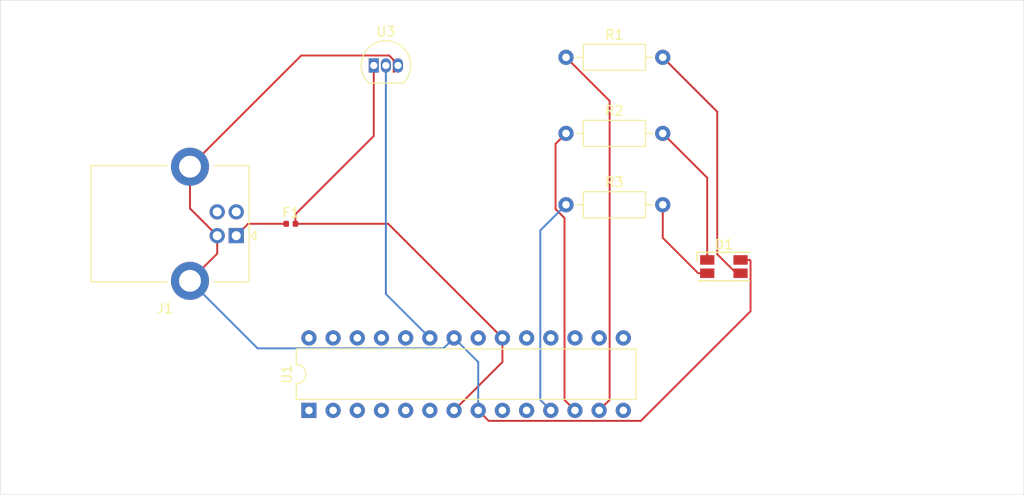
<source format=kicad_pcb>
(kicad_pcb (version 20240108) (generator "pcbnew") (generator_version "8.0")
  (layers (0 "F.Cu" signal) (31 "B.Cu" signal) (34 "B.Paste" user) (35 "F.Paste" user) (36 "B.SilkS" user "B.Silkscreen") (37 "F.SilkS" user "F.Silkscreen") (38 "B.Mask" user) (39 "F.Mask" user) (44 "Edge.Cuts" user))
  (net 0 "")
  (net 1 "Net-(D1-BA)")
  (net 2 "GND")
  (net 3 "Net-(D1-GA)")
  (net 4 "Net-(D1-RA)")
  (net 5 "VCC")
  (net 6 "Net-(J1-VBUS)")
  (net 9 "/R")
  (net 10 "/B")
  (net 11 "/G")
  (net 13 "/Temperature")
  (footprint "LED_SMD:LED_RGB_1210" (layer "F.Cu") (at 145 121)
    (property "Reference" "D1" (at 0 -2.3 0) (layer "F.SilkS"))
    (property "Value" "LED_RGBK")
    (fp_line (start -2.8 -0.5) (end -2.8 -1.5) (stroke (width 0.15)) (layer "F.SilkS"))
    (fp_line (start 2.7 -1.5) (end -2.8 -1.5) (stroke (width 0.15)) (layer "F.SilkS"))
    (fp_line (start 2.7 1.5) (end -2.7 1.5) (stroke (width 0.15)) (layer "F.SilkS"))
    (pad "1" smd rect (at -1.75 -0.7 180) (size 1.5 1) (layers "F.Cu" "F.Paste" "F.Mask") (net 4 "Net-(D1-RA)"))
    (pad "2" smd rect (at -1.75 0.7 180) (size 1.5 1) (layers "F.Cu" "F.Paste" "F.Mask") (net 3 "Net-(D1-GA)"))
    (pad "3" smd rect (at 1.75 0.7 180) (size 1.5 1) (layers "F.Cu" "F.Paste" "F.Mask") (net 1 "Net-(D1-BA)"))
    (pad "4" smd rect (at 1.75 -0.7 180) (size 1.5 1) (layers "F.Cu" "F.Paste" "F.Mask") (net 2 "GND"))
  )
  (footprint "Resistor_THT:R_Axial_DIN0207_L6.3mm_D2.5mm_P10.16mm_Horizontal" (layer "F.Cu") (at 128.42 107)
    (property "Reference" "R2" (at 5.08 -2.37 0) (layer "F.SilkS"))
    (property "Value" "220")
    (fp_line (start 1.04 0) (end 1.81 0) (stroke (width 0.12)) (layer "F.SilkS"))
    (fp_line (start 1.81 -1.37) (end 1.81 1.37) (stroke (width 0.12)) (layer "F.SilkS"))
    (fp_line (start 1.81 1.37) (end 8.35 1.37) (stroke (width 0.12)) (layer "F.SilkS"))
    (fp_line (start 8.35 -1.37) (end 1.81 -1.37) (stroke (width 0.12)) (layer "F.SilkS"))
    (fp_line (start 8.35 1.37) (end 8.35 -1.37) (stroke (width 0.12)) (layer "F.SilkS"))
    (fp_line (start 9.12 0) (end 8.35 0) (stroke (width 0.12)) (layer "F.SilkS"))
    (pad "1" thru_hole circle (at 0 0) (size 1.6 1.6) (drill 0.8) (layers "*.Cu" "*.Mask") (net 10 "/B"))
    (pad "2" thru_hole oval (at 10.16 0) (size 1.6 1.6) (drill 0.8) (layers "*.Cu" "*.Mask") (net 4 "Net-(D1-RA)"))
  )
  (footprint "Package_TO_SOT_THT:TO-92_Inline" (layer "F.Cu") (at 108.23 99.86)
    (property "Reference" "U3" (at 1.27 -3.56 0) (layer "F.SilkS"))
    (property "Value" "TSIC206-TO92")
    (fp_line (start -0.53 1.85) (end 3.07 1.85) (stroke (width 0.12)) (layer "F.SilkS"))
    (fp_arc (start -0.568478 1.838478) (mid -1.132087 -0.994977) (end 1.27 -2.6) (stroke (width 0.12)) (layer "F.SilkS"))
    (fp_arc (start 1.27 -2.6) (mid 3.672087 -0.994977) (end 3.108478 1.838478) (stroke (width 0.12)) (layer "F.SilkS"))
    (pad "1" thru_hole rect (at 0 0) (size 1.05 1.5) (drill 0.75) (layers "*.Cu" "*.Mask") (net 5 "VCC"))
    (pad "2" thru_hole oval (at 1.27 0) (size 1.05 1.5) (drill 0.75) (layers "*.Cu" "*.Mask") (net 13 "/Temperature"))
    (pad "3" thru_hole oval (at 2.54 0) (size 1.05 1.5) (drill 0.75) (layers "*.Cu" "*.Mask") (net 2 "GND"))
  )
  (footprint "Connector_USB:USB_B_Lumberg_2411_02_Horizontal" (layer "F.Cu") (at 93.7875 117.75 180)
    (property "Reference" "J1" (at 7.5 -7.65 360) (layer "F.SilkS"))
    (property "Value" "USB_B")
    (fp_line (start 15.27 7.36) (end 15.27 -4.86) (stroke (width 0.12)) (layer "F.SilkS"))
    (fp_line (start 15.27 7.36) (end 7.3 7.36) (stroke (width 0.12)) (layer "F.SilkS"))
    (fp_line (start 15.27 -4.86) (end 7.3 -4.86) (stroke (width 0.12)) (layer "F.SilkS"))
    (fp_line (start -1.35 7.36) (end 2.4 7.36) (stroke (width 0.12)) (layer "F.SilkS"))
    (fp_line (start -1.35 7.36) (end -1.35 -4.86) (stroke (width 0.12)) (layer "F.SilkS"))
    (fp_line (start -1.35 -4.86) (end 2.4 -4.86) (stroke (width 0.12)) (layer "F.SilkS"))
    (fp_line (start -1.55 0) (end -2.05 -0.5) (stroke (width 0.12)) (layer "F.SilkS"))
    (fp_line (start -2.05 0.5) (end -1.55 0) (stroke (width 0.12)) (layer "F.SilkS"))
    (fp_line (start -2.05 -0.5) (end -2.05 0.5) (stroke (width 0.12)) (layer "F.SilkS"))
    (pad "1" thru_hole rect (at 0 0 270) (size 1.6 1.6) (drill 0.95) (layers "*.Cu" "*.Mask") (net 6 "Net-(J1-VBUS)"))
    (pad "2" thru_hole circle (at 0 2.5 270) (size 1.6 1.6) (drill 0.95) (layers "*.Cu" "*.Mask"))
    (pad "3" thru_hole circle (at 2 2.5 270) (size 1.6 1.6) (drill 0.95) (layers "*.Cu" "*.Mask"))
    (pad "4" thru_hole circle (at 2 0 270) (size 1.6 1.6) (drill 0.95) (layers "*.Cu" "*.Mask") (net 2 "GND"))
    (pad "5" thru_hole circle (at 4.86 -4.75 270) (size 4 4) (drill 2.3) (layers "*.Cu" "*.Mask") (net 2 "GND"))
    (pad "5" thru_hole circle (at 4.86 7.25 270) (size 4 4) (drill 2.3) (layers "*.Cu" "*.Mask") (net 2 "GND"))
  )
  (footprint "Package_DIP:DIP-28_W7.62mm" (layer "F.Cu") (at 101.42 136.12 90)
    (property "Reference" "U1" (at 3.81 -2.33 90) (layer "F.SilkS"))
    (property "Value" "ATmega328-P")
    (fp_line (start 6.46 -1.33) (end 4.81 -1.33) (stroke (width 0.12)) (layer "F.SilkS"))
    (fp_line (start 2.81 -1.33) (end 1.16 -1.33) (stroke (width 0.12)) (layer "F.SilkS"))
    (fp_line (start 1.16 -1.33) (end 1.16 34.35) (stroke (width 0.12)) (layer "F.SilkS"))
    (fp_line (start 6.46 34.35) (end 6.46 -1.33) (stroke (width 0.12)) (layer "F.SilkS"))
    (fp_line (start 1.16 34.35) (end 6.46 34.35) (stroke (width 0.12)) (layer "F.SilkS"))
    (fp_arc (start 4.81 -1.33) (mid 3.81 -0.33) (end 2.81 -1.33) (stroke (width 0.12)) (layer "F.SilkS"))
    (pad "1" thru_hole rect (at 0 0 90) (size 1.6 1.6) (drill 0.8) (layers "*.Cu" "*.Mask"))
    (pad "2" thru_hole oval (at 0 2.54 90) (size 1.6 1.6) (drill 0.8) (layers "*.Cu" "*.Mask"))
    (pad "3" thru_hole oval (at 0 5.08 90) (size 1.6 1.6) (drill 0.8) (layers "*.Cu" "*.Mask"))
    (pad "4" thru_hole oval (at 0 7.62 90) (size 1.6 1.6) (drill 0.8) (layers "*.Cu" "*.Mask"))
    (pad "5" thru_hole oval (at 0 10.16 90) (size 1.6 1.6) (drill 0.8) (layers "*.Cu" "*.Mask"))
    (pad "6" thru_hole oval (at 0 12.7 90) (size 1.6 1.6) (drill 0.8) (layers "*.Cu" "*.Mask"))
    (pad "7" thru_hole oval (at 0 15.24 90) (size 1.6 1.6) (drill 0.8) (layers "*.Cu" "*.Mask") (net 5 "VCC"))
    (pad "8" thru_hole oval (at 0 17.78 90) (size 1.6 1.6) (drill 0.8) (layers "*.Cu" "*.Mask") (net 2 "GND"))
    (pad "9" thru_hole oval (at 0 20.32 90) (size 1.6 1.6) (drill 0.8) (layers "*.Cu" "*.Mask"))
    (pad "10" thru_hole oval (at 0 22.86 90) (size 1.6 1.6) (drill 0.8) (layers "*.Cu" "*.Mask"))
    (pad "11" thru_hole oval (at 0 25.4 90) (size 1.6 1.6) (drill 0.8) (layers "*.Cu" "*.Mask") (net 11 "/G"))
    (pad "12" thru_hole oval (at 0 27.94 90) (size 1.6 1.6) (drill 0.8) (layers "*.Cu" "*.Mask") (net 10 "/B"))
    (pad "13" thru_hole oval (at 0 30.48 90) (size 1.6 1.6) (drill 0.8) (layers "*.Cu" "*.Mask") (net 9 "/R"))
    (pad "14" thru_hole oval (at 0 33.02 90) (size 1.6 1.6) (drill 0.8) (layers "*.Cu" "*.Mask"))
    (pad "15" thru_hole oval (at 7.62 33.02 90) (size 1.6 1.6) (drill 0.8) (layers "*.Cu" "*.Mask"))
    (pad "16" thru_hole oval (at 7.62 30.48 90) (size 1.6 1.6) (drill 0.8) (layers "*.Cu" "*.Mask"))
    (pad "17" thru_hole oval (at 7.62 27.94 90) (size 1.6 1.6) (drill 0.8) (layers "*.Cu" "*.Mask"))
    (pad "18" thru_hole oval (at 7.62 25.4 90) (size 1.6 1.6) (drill 0.8) (layers "*.Cu" "*.Mask"))
    (pad "19" thru_hole oval (at 7.62 22.86 90) (size 1.6 1.6) (drill 0.8) (layers "*.Cu" "*.Mask"))
    (pad "20" thru_hole oval (at 7.62 20.32 90) (size 1.6 1.6) (drill 0.8) (layers "*.Cu" "*.Mask") (net 5 "VCC"))
    (pad "21" thru_hole oval (at 7.62 17.78 90) (size 1.6 1.6) (drill 0.8) (layers "*.Cu" "*.Mask"))
    (pad "22" thru_hole oval (at 7.62 15.24 90) (size 1.6 1.6) (drill 0.8) (layers "*.Cu" "*.Mask") (net 2 "GND"))
    (pad "23" thru_hole oval (at 7.62 12.7 90) (size 1.6 1.6) (drill 0.8) (layers "*.Cu" "*.Mask") (net 13 "/Temperature"))
    (pad "24" thru_hole oval (at 7.62 10.16 90) (size 1.6 1.6) (drill 0.8) (layers "*.Cu" "*.Mask"))
    (pad "25" thru_hole oval (at 7.62 7.62 90) (size 1.6 1.6) (drill 0.8) (layers "*.Cu" "*.Mask"))
    (pad "26" thru_hole oval (at 7.62 5.08 90) (size 1.6 1.6) (drill 0.8) (layers "*.Cu" "*.Mask"))
    (pad "27" thru_hole oval (at 7.62 2.54 90) (size 1.6 1.6) (drill 0.8) (layers "*.Cu" "*.Mask"))
    (pad "28" thru_hole oval (at 7.62 0 90) (size 1.6 1.6) (drill 0.8) (layers "*.Cu" "*.Mask"))
  )
  (footprint "Resistor_THT:R_Axial_DIN0207_L6.3mm_D2.5mm_P10.16mm_Horizontal" (layer "F.Cu") (at 128.42 99)
    (property "Reference" "R1" (at 5.08 -2.37 0) (layer "F.SilkS"))
    (property "Value" "220")
    (fp_line (start 1.04 0) (end 1.81 0) (stroke (width 0.12)) (layer "F.SilkS"))
    (fp_line (start 1.81 -1.37) (end 1.81 1.37) (stroke (width 0.12)) (layer "F.SilkS"))
    (fp_line (start 1.81 1.37) (end 8.35 1.37) (stroke (width 0.12)) (layer "F.SilkS"))
    (fp_line (start 8.35 -1.37) (end 1.81 -1.37) (stroke (width 0.12)) (layer "F.SilkS"))
    (fp_line (start 8.35 1.37) (end 8.35 -1.37) (stroke (width 0.12)) (layer "F.SilkS"))
    (fp_line (start 9.12 0) (end 8.35 0) (stroke (width 0.12)) (layer "F.SilkS"))
    (pad "1" thru_hole circle (at 0 0) (size 1.6 1.6) (drill 0.8) (layers "*.Cu" "*.Mask") (net 9 "/R"))
    (pad "2" thru_hole oval (at 10.16 0) (size 1.6 1.6) (drill 0.8) (layers "*.Cu" "*.Mask") (net 1 "Net-(D1-BA)"))
  )
  (footprint "Fuse:Fuse_0402_1005Metric" (layer "F.Cu") (at 99.515 116.5)
    (property "Reference" "F1" (at 0 -1.17 0) (layer "F.SilkS"))
    (property "Value" "Fuse")
    (pad "1" smd roundrect (at -0.485 0) (size 0.59 0.64) (layers "F.Cu" "F.Paste" "F.Mask") (net 6 "Net-(J1-VBUS)"))
    (pad "2" smd roundrect (at 0.485 0) (size 0.59 0.64) (layers "F.Cu" "F.Paste" "F.Mask") (net 5 "VCC"))
  )
  (footprint "Resistor_THT:R_Axial_DIN0207_L6.3mm_D2.5mm_P10.16mm_Horizontal" (layer "F.Cu") (at 128.42 114.5)
    (property "Reference" "R3" (at 5.08 -2.37 0) (layer "F.SilkS"))
    (property "Value" "220")
    (fp_line (start 1.04 0) (end 1.81 0) (stroke (width 0.12)) (layer "F.SilkS"))
    (fp_line (start 1.81 -1.37) (end 1.81 1.37) (stroke (width 0.12)) (layer "F.SilkS"))
    (fp_line (start 1.81 1.37) (end 8.35 1.37) (stroke (width 0.12)) (layer "F.SilkS"))
    (fp_line (start 8.35 -1.37) (end 1.81 -1.37) (stroke (width 0.12)) (layer "F.SilkS"))
    (fp_line (start 8.35 1.37) (end 8.35 -1.37) (stroke (width 0.12)) (layer "F.SilkS"))
    (fp_line (start 9.12 0) (end 8.35 0) (stroke (width 0.12)) (layer "F.SilkS"))
    (pad "1" thru_hole circle (at 0 0) (size 1.6 1.6) (drill 0.8) (layers "*.Cu" "*.Mask") (net 11 "/G"))
    (pad "2" thru_hole oval (at 10.16 0) (size 1.6 1.6) (drill 0.8) (layers "*.Cu" "*.Mask") (net 3 "Net-(D1-GA)"))
  )
  (gr_rect (start 69 93) (end 176.5 145) (stroke (width 0.05)) (fill none) (layer "Edge.Cuts"))
  (segment (start 146.75 121.7) (end 146.3 121.7) (width 0.2) (layer "F.Cu") (net 1))
  (segment (start 146.3 121.7) (end 144.3 119.7) (width 0.2) (layer "F.Cu") (net 1))
  (segment (start 144.3 104.72) (end 138.58 99) (width 0.2) (layer "F.Cu") (net 1))
  (segment (start 144.3 119.7) (end 144.3 104.72) (width 0.2) (layer "F.Cu") (net 1))
  (segment (start 120.3 137.22) (end 119.2 136.12) (width 0.2) (layer "F.Cu") (net 2))
  (segment (start 147.8 125.7) (end 136.28 137.22) (width 0.2) (layer "F.Cu") (net 2))
  (segment (start 109.841726 98.81) (end 100.6175 98.81) (width 0.2) (layer "F.Cu") (net 2))
  (segment (start 100.6175 98.81) (end 88.9275 110.5) (width 0.2) (layer "F.Cu") (net 2))
  (segment (start 88.9275 110.5) (end 88.9275 114.89) (width 0.2) (layer "F.Cu") (net 2))
  (segment (start 147.8 120.4) (end 147.8 125.7) (width 0.2) (layer "F.Cu") (net 2))
  (segment (start 110.77 99.86) (end 110.77 100.085) (width 0.2) (layer "F.Cu") (net 2))
  (segment (start 110.325 99.293274) (end 109.841726 98.81) (width 0.2) (layer "F.Cu") (net 2))
  (segment (start 88.9275 122.5) (end 91.7875 119.64) (width 0.2) (layer "F.Cu") (net 2))
  (segment (start 110.77 100.085) (end 110.325 100.53) (width 0.2) (layer "F.Cu") (net 2))
  (segment (start 91.7875 119.64) (end 91.7875 117.75) (width 0.2) (layer "F.Cu") (net 2))
  (segment (start 147.7 120.3) (end 147.8 120.4) (width 0.2) (layer "F.Cu") (net 2))
  (segment (start 136.28 137.22) (end 120.3 137.22) (width 0.2) (layer "F.Cu") (net 2))
  (segment (start 110.325 100.53) (end 110.325 99.293274) (width 0.2) (layer "F.Cu") (net 2))
  (segment (start 146.75 120.3) (end 147.7 120.3) (width 0.2) (layer "F.Cu") (net 2))
  (segment (start 88.9275 114.89) (end 91.7875 117.75) (width 0.2) (layer "F.Cu") (net 2))
  (segment (start 115.56 129.6) (end 96.0275 129.6) (width 0.2) (layer "B.Cu") (net 2))
  (segment (start 119.2 131.04) (end 116.66 128.5) (width 0.2) (layer "B.Cu") (net 2))
  (segment (start 96.0275 129.6) (end 88.9275 122.5) (width 0.2) (layer "B.Cu") (net 2))
  (segment (start 116.66 128.5) (end 115.56 129.6) (width 0.2) (layer "B.Cu") (net 2))
  (segment (start 119.2 136.12) (end 119.2 131.04) (width 0.2) (layer "B.Cu") (net 2))
  (segment (start 143.25 121.7) (end 142.3 121.7) (width 0.2) (layer "F.Cu") (net 3))
  (segment (start 138.58 117.98) (end 138.58 114.5) (width 0.2) (layer "F.Cu") (net 3))
  (segment (start 142.3 121.7) (end 138.58 117.98) (width 0.2) (layer "F.Cu") (net 3))
  (segment (start 143.25 111.67) (end 138.58 107) (width 0.2) (layer "F.Cu") (net 4))
  (segment (start 143.25 120.3) (end 143.25 111.67) (width 0.2) (layer "F.Cu") (net 4))
  (segment (start 108.23 107.27) (end 108.23 99.86) (width 0.2) (layer "F.Cu") (net 5))
  (segment (start 100 115.5) (end 108.23 107.27) (width 0.2) (layer "F.Cu") (net 5))
  (segment (start 100 116.5) (end 100 115.5) (width 0.2) (layer "F.Cu") (net 5))
  (segment (start 121.74 131.04) (end 116.66 136.12) (width 0.2) (layer "F.Cu") (net 5))
  (segment (start 121.74 128.5) (end 121.74 131.04) (width 0.2) (layer "F.Cu") (net 5))
  (segment (start 100 116.5) (end 109.74 116.5) (width 0.2) (layer "F.Cu") (net 5))
  (segment (start 109.74 116.5) (end 121.74 128.5) (width 0.2) (layer "F.Cu") (net 5))
  (segment (start 95.0375 116.5) (end 93.7875 117.75) (width 0.2) (layer "F.Cu") (net 6))
  (segment (start 99.03 116.5) (end 95.0375 116.5) (width 0.2) (layer "F.Cu") (net 6))
  (segment (start 131.9 136.12) (end 133 135.02) (width 0.2) (layer "F.Cu") (net 9))
  (segment (start 133 135.02) (end 133 103.58) (width 0.2) (layer "F.Cu") (net 9))
  (segment (start 133 103.58) (end 128.42 99) (width 0.2) (layer "F.Cu") (net 9))
  (segment (start 128.26 115.895635) (end 127.32 114.955635) (width 0.2) (layer "F.Cu") (net 10))
  (segment (start 127.32 114.955635) (end 127.32 108.1) (width 0.2) (layer "F.Cu") (net 10))
  (segment (start 127.32 108.1) (end 128.42 107) (width 0.2) (layer "F.Cu") (net 10))
  (segment (start 129.36 136.12) (end 128.26 135.02) (width 0.2) (layer "F.Cu") (net 10))
  (segment (start 128.26 135.02) (end 128.26 115.895635) (width 0.2) (layer "F.Cu") (net 10))
  (segment (start 126.82 136.12) (end 125.72 135.02) (width 0.2) (layer "B.Cu") (net 11))
  (segment (start 125.72 117.2) (end 128.42 114.5) (width 0.2) (layer "B.Cu") (net 11))
  (segment (start 125.72 135.02) (end 125.72 117.2) (width 0.2) (layer "B.Cu") (net 11))
  (segment (start 109.5 123.88) (end 114.12 128.5) (width 0.2) (layer "B.Cu") (net 13))
  (segment (start 109.5 99.86) (end 109.5 123.88) (width 0.2) (layer "B.Cu") (net 13))
)
</source>
